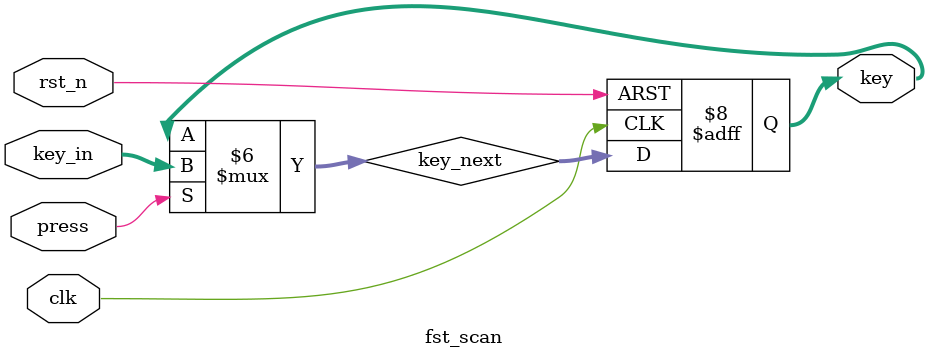
<source format=v>
`timescale 1ns / 1ps
module fst_scan(press,key_in,clk,rst_n,key
    );
	input press;
	input [4:0] key_in;
	input clk,rst_n;
	output [4:0] key;

	
	reg [4:0] key;
	reg [4:0] key_next;
	always@(*)
		begin
			if(press==1)
				key_next=key_in;
			else
				key_next=key;
		end
	always@(posedge clk or negedge rst_n)
		if(~rst_n)
			key<=5'b11111;
		else
			key<=key_next;
endmodule

</source>
